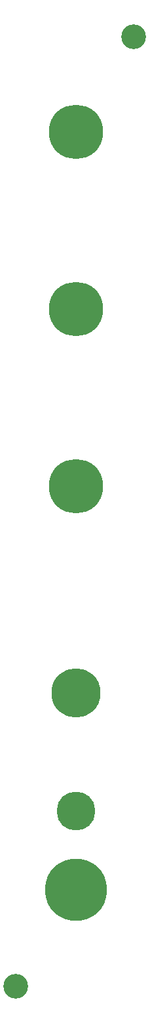
<source format=gbr>
%TF.GenerationSoftware,KiCad,Pcbnew,(6.0.5)*%
%TF.CreationDate,2023-02-15T12:36:01-05:00*%
%TF.ProjectId,wow_and_flutter,776f775f-616e-4645-9f66-6c7574746572,rev?*%
%TF.SameCoordinates,Original*%
%TF.FileFunction,Soldermask,Bot*%
%TF.FilePolarity,Negative*%
%FSLAX46Y46*%
G04 Gerber Fmt 4.6, Leading zero omitted, Abs format (unit mm)*
G04 Created by KiCad (PCBNEW (6.0.5)) date 2023-02-15 12:36:01*
%MOMM*%
%LPD*%
G01*
G04 APERTURE LIST*
%ADD10C,7.000000*%
%ADD11C,8.000000*%
%ADD12C,3.200000*%
%ADD13C,5.000000*%
%ADD14C,6.350000*%
G04 APERTURE END LIST*
D10*
%TO.C,H3*%
X91440000Y-63500000D03*
%TD*%
D11*
%TO.C,H7*%
X91440000Y-138430000D03*
%TD*%
D12*
%TO.C,H8*%
X83700000Y-150900000D03*
%TD*%
D10*
%TO.C,H2*%
X91440000Y-40640000D03*
%TD*%
%TO.C,H4*%
X91440000Y-86360000D03*
%TD*%
D12*
%TO.C,H1*%
X98940000Y-28400000D03*
%TD*%
D13*
%TO.C,H6*%
X91440000Y-128270000D03*
%TD*%
D14*
%TO.C,H5*%
X91440000Y-113030000D03*
%TD*%
M02*

</source>
